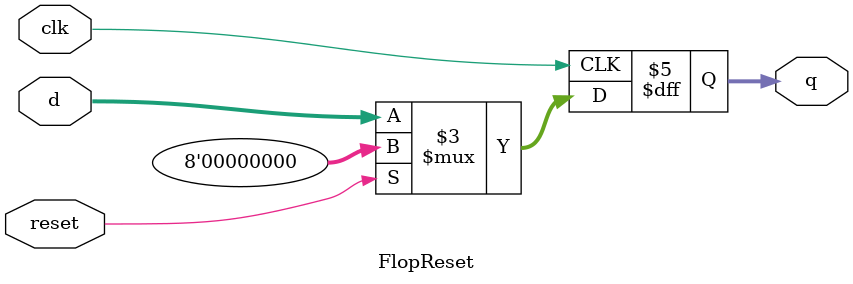
<source format=sv>
/**
 * リセット付きフリップ・フロップ
 */
module FlopReset
  #(parameter WIDTH = 8)	   // 入出力ビット幅
   (input logic clk, reset,	// クロック、リセット
    input logic [WIDTH - 1:0]  d, // 入力
    output logic [WIDTH - 1:0] q); // 出力

//   always_ff @(posedge clk, posedge reset)
   always_ff @(posedge clk)
     if (reset) q <= 0;
     else q <= d;
   
endmodule // FlopReset

</source>
